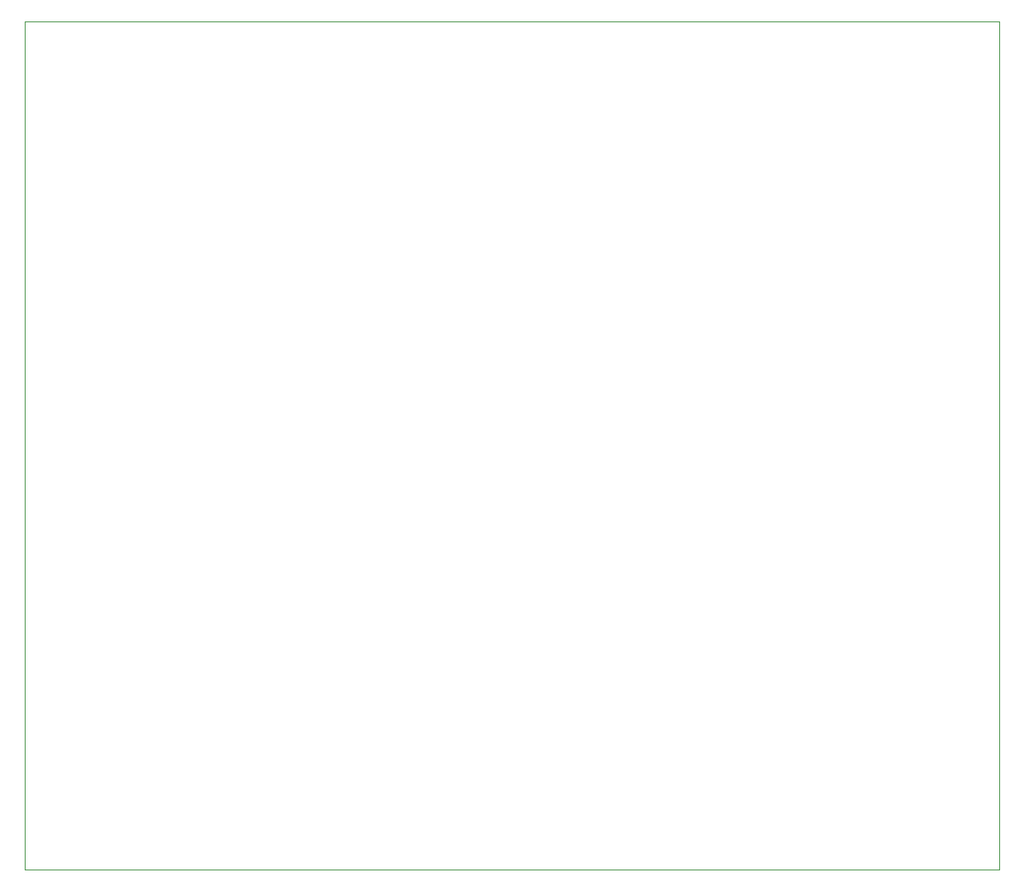
<source format=gbr>
%TF.GenerationSoftware,KiCad,Pcbnew,(5.1.5-0-10_14)*%
%TF.CreationDate,2020-07-31T13:06:06+02:00*%
%TF.ProjectId,pHMeter,70484d65-7465-4722-9e6b-696361645f70,0.1*%
%TF.SameCoordinates,Original*%
%TF.FileFunction,Profile,NP*%
%FSLAX46Y46*%
G04 Gerber Fmt 4.6, Leading zero omitted, Abs format (unit mm)*
G04 Created by KiCad (PCBNEW (5.1.5-0-10_14)) date 2020-07-31 13:06:06*
%MOMM*%
%LPD*%
G04 APERTURE LIST*
%TA.AperFunction,Profile*%
%ADD10C,0.050000*%
%TD*%
G04 APERTURE END LIST*
D10*
X179400000Y-148590000D02*
X179400000Y-61569600D01*
X279400000Y-148590000D02*
X179400000Y-148590000D01*
X279400000Y-61569600D02*
X279400000Y-148590000D01*
X179400000Y-61569600D02*
X279400000Y-61569600D01*
M02*

</source>
